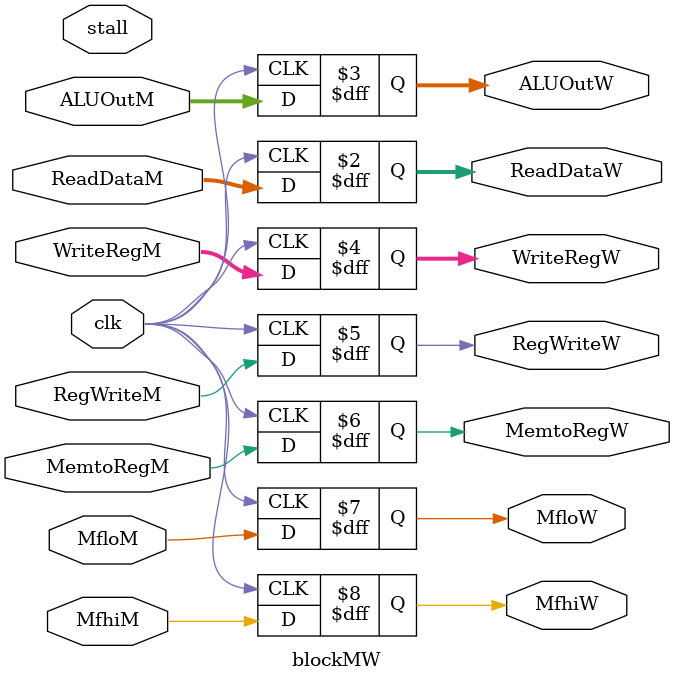
<source format=v>
module datapath_ss( input           clk, reset, HZStall, HZFlush, 
                    input [31:0]    InstrF, RD1D, RD2D,
                    input           SSForwardAE, SSForwardBE,

                    input [31:0]    SSAluInA, SSAluInB,

                    output [31:0]   InstrD, ALUOutE, ALUOutM, 
                                    ReadDataM, WriteData3,

                    output          RegWriteW, RegWriteE, RegWriteM,
                    output [4:0]    WriteRegW, WriteRegE, WriteRegM,
                                    RsE, RtE
    );

    wire [63:0] product;
    
    wire [31:0] PCPlus4F, PCF, PCD, PCE, PCPlus4E, PCBranchD, PCBranchE, PCBranchD_1, PCnext, PCnext2, WriteDataE, MultiOut, PCPredictionF,
                //PCF,
                InstrF1, WriteDataM, ResultW,
                //InstrD, 
                PCPlus4D, Jump1, JumpOff, product_lo, product_hi, mlout,
                RD1, RD2, SignImmD, SignImmS2, SignImmE, ZeroImmD, ZeroImmE,
                SrcAE, SrcBE, SrcAD, SrcBD, 
                SrcAEFinal, SrcBEFinal, // RD1D, RD2D, 
                RD1E, RD2E, 
                PCnext1, FixedPredictionPC,
                ALUOutEx, //ALUOutM,
                ALUOutW, // ReadDataM, 
                ReadDataW, JumpTarget;


    wire [5:0]  FuncD, FuncE;
                
    wire [4:0]  RsD, RtD, RdD, //RsE, 
                //RtE; 
                RdE;
                //WriteRegE, WriteRegM;

    wire [3:0]  ALUControlD, ALUControlE, ALUControlFinal;

    wire [1:0]  ForwardAE, ForwardBE, ALUSrcD, ALUSrcE;

    wire        RegWriteD, //RegWriteE, RegWriteM, 
                MemtoRegD, MemtoRegE, MemtoRegM, MemtoRegW,
                MemWriteD, MemWriteE, MemWriteM, WrongPredict1, WrongPredict2,
                //Data_Mem_Read,
                RegDstD, RegDstE, MfhiE, MfloE, MfloM, MfhiM, MfloW, MfhiW, multied, JFlush,
                BranchD, BNotEquals, BEquals, PCSrcD, PCSrc,
                ForwardAD, ForwardBD, mult_ready, TakePredictF, TakePredictD, TakePredictE,
                Stall, EqualD, Multiply, jump, Zero, Cache_Stall, BTFlush, PredictNTakenF, PredictNTakenD, PredictNTakenE,
		          EntryFoundF, EntryFoundD, EntryFoundE, BranchTakenE, BranchTakenD;


// INSTRUCTION FETCH STAGE

/*    mux2 #(32) fixPC_mux(PCPlus4E, PCBranchE, BranchTakenE, FixedPredictionPC); //wrong prediction, fix PC
    mux2 #(32) pcnext_mux(PCPlus4F, PCPredictionF, TakePredictF, PCnext1); //mux to determine PCnext
    mux2 #(32) correct_pc(PCnext1, FixedPredictionPC, BTFlush, PCnext2); //determine if PC needs to be fixed
    mux2 #(32) jumpbranch(PCnext2, JumpTarget, jump, PCnext);
    flopr #(32) pcreg(clk, Stall, Cache_Stall, reset, PCnext, PCF);    //initial clk to get next PC address*/
    /*adder pcadd4(PCF, 32'b100, PCPlus4F);          //PC + 4*/
    /*inst_memory fetch(PCF[7:2], InstrF1); //instantiates with reading file*/
    /*mux2 #(32) btflush_mux(InstrF1, 0, BTFlush, InstrF);*/

    //btb br_table(clk, reset, BranchTakenE, PredictNTakenE, PCF, PCBranchE, PCE, PCPredictionF, EntryFoundF, PredictNTakenF);
    /*assign TakePredictF = (EntryFoundF && ~PredictNTakenF) ? 1 : 0;*/

    blockFD f2d(clk, InstrF, PCPlus4F, PCF, EntryFoundF, PredictNTakenF, TakePredictF, Cache_Stall, reset,
                HZStall, JFlush, HZFlush, InstrD, PCPlus4D, PCD, EntryFoundD, PredictNTakenD, TakePredictD); //fetch to decode block
  

// DECODE STAGE

    controller ctrl_unit(   clk, reset, InstrD[31:26], MemtoRegD, 
                            MemWriteD, BranchD, ALUSrcD,
                            RegDstD, RegWriteD, jump, ALUControlD, BranchNot); //controller takes in funct and opcode to produce control signals


    /*regfile rf(clk, reset, RegWriteW, InstrD[25:21], InstrD[20:16], //regfile to store register memory
                WriteRegW, WriteData3, RD1D, RD2D);
*/
    data_forward_b branch_forward(  WriteRegE, RsD, RtD, //data forwarding for the EQUALS arithmetic and branching
                                    RegWriteE, BranchD, BranchNot,
                                    ForwardAD, ForwardBD);

    mux2 #(32) fwdA(RD1D, ALUOutE, ForwardAD, SrcAD);   //muxes to determine equality function
    mux2 #(32) fwdB(RD2D, ALUOutE, ForwardBD, SrcBD);   

    is_equal Equals (SrcAD, SrcBD, EqualD);             //equals function for branching
    assign BNotEquals = (BranchNot && !EqualD) ?     1 : 0;
    assign BEquals = (BranchD && EqualD) ? 1 : 0;
    
    mux2 #(1) PCSrcMux (BNotEquals, BEquals, EqualD, BranchTakenD); //branching mux
    
    assign FuncD = InstrD[5:0];
    assign RsD = InstrD[25:21];
    assign RtD = InstrD[20:16];

    zeroext ze(InstrD[15:0], ZeroImmD);  //sign and zero extensions for future inputs
    signext se(InstrD[15:0], SignImmD);
    jsignext jse(InstrD[25:0], Jump1);
    sl2 jsl2(Jump1, JumpOff);
    assign JumpTarget = {InstrD[31:28], JumpOff[27:0]}; //jump address

    sl2 immsh(SignImmD, SignImmS2);
    adder pcadd2(PCPlus4D, SignImmS2, PCBranchD);

    blockDE d2e(clk, RD1D, RD2D, InstrD[25:21], InstrD[20:16], InstrD[15:11], FuncD, SignImmD, ZeroImmD, PCBranchD, PCPlus4D, PCD,
                RegWriteD, MemtoRegD, MemWriteD, ALUControlD, ALUSrcD, RegDstD, BranchD, EntryFoundD, BranchTakenD, PredictNTakenD, TakePredictD, 
                Cache_Stall, jump, BTFlush,
                HZFlush, reset, RD1E, RD2E, RsE, RtE, RdE, FuncE, SignImmE, ZeroImmE, PCBranchE, PCPlus4E, PCE,
                RegWriteE, MemtoRegE, MemWriteE, ALUControlE, ALUSrcE, RegDstE, BranchE, EntryFoundE, BranchTakenE, PredictNTakenE, TakePredictE,
                JFlush); //block for decode -> execute stage
    
// EXECUTE STAGE
/*
    assign BTFlush = (~TakePredictE ~^ BranchTakenE) ? 1 : 0; //if predicting to take but not taken and vice versa, throw flush*/
    

    aludec alu_ctrl(FuncE, ALUControlE, ALUControlFinal, Multiply, MfhiE, MfloE); //alu controls
    
    mux2 #(5) wregmux(RtE, RdE, RegDstE, WriteRegE);


    data_forward A_forward( RsE, RtE, WriteRegM, WriteRegW,
                            RegWriteM, RegWriteW,
                            ForwardAE, ForwardBE);          //data forwarding for ALU inputs    
    
    mux3 #(32) srcamux(RD1E, ResultW, ALUOutM, ForwardAE, SrcAE);           //mux to determine src inputs
    mux3 #(32) srcbmux(RD2E, ResultW, ALUOutM, ForwardBE, WriteDataE);
    mux3 #(32) srcbmux2(WriteDataE, SignImmE, ZeroImmE, ALUSrcE, SrcBE);

    multiplier multi(   clk, Multiply, 
                        SrcAE, SrcBE,
                        mult_ready, 
                        product);
    assign product_hi = product[63:32];
    assign product_lo = product[31:0];

    mux2 #(32) ss_alusrca_mux(SrcAE, SSAluInA, SSForwardAE, SrcAEFinal);
    mux2 #(32) ss_alusrcb_mux(SrcBE, SSAluInB, SSForwardBE, SrcBEFinal);
    ALU alu1(SrcAEFinal, SrcBEFinal, ALUControlFinal, ALUOutEx, Zero);                //ALU for arithmetic

    mux2 #(32) aluMUX(  ALUOutEx, product_lo, Multiply, ALUOutE);
    blockEM e2m(clk,    ALUOutE, WriteDataE, WriteRegE, RegWriteE, MemtoRegE, MemWriteE, MfloE, MfhiE, Cache_Stall,
                        ALUOutM, WriteDataM, WriteRegM, RegWriteM, MemtoRegM, MemWriteM, MfloM, MfhiM);   //block for exectue to memory stage

// MEMORY STAGE


    /*memory_control mem_sys( clk, MemWriteM, MemtoRegM, reset,
                            ALUOutM, WriteDataM,
                            ReadDataM,
                            Cache_Stall);*/
    /*cache_wb cachemoney(input clk, reset, read, write
                input [31:0] memoryaddress, writedata,
                input [127:0] mainmemorydata,
                input cachewrite_enable
                output hit
                output [31:0] readdata,
                output [31:0] writebackaddress,
                output [127:0] writebackdata,
                output writeback_enable; //NEW CACHE TO SEND OUT DATA MEMORY READ
    */
    //data_memory main_memory(clk, MemWriteM, MemtoRegM, ALUOutM, WriteDataM, ReadDataM, Cache_Stall);       //data memory for storing address-based data

    blockMW m2w(clk,    ReadDataM, ALUOutM, WriteRegM, RegWriteM, MemtoRegM, MfloM, MfhiM, Cache_Stall,
                        ReadDataW, ALUOutW, WriteRegW, RegWriteW, MemtoRegW, MfloW, MfhiW);   //block for memory to writeback stge

// REG W/B STAGE
    mux2 #(32) mlch(product_hi, product_lo, MfloW, mlout);
    assign multied = (MfloW || MfhiW) ? 1 : 0;

    mux2 #(32) wbmux(ALUOutW, ALUOutW, MemtoRegW, ResultW);

    mux2 #(32) writedat(ResultW, mlout, multied, WriteData3);

endmodule

module is_equal(    input [31:0]    in1, in2, 
                    output reg      out);
    always@(*)
        if(in1 == in2) out <= 1;
        else out <= 0;
    endmodule   

module blockFD( input               clk,                //blocks for sending inputs to next pipeline phases
                input [31:0]        InstrF,
                input [31:0]        PCPlus4F, PCF,
                input               EntryFoundF, PredictNTakenF, TakePredictF, Cache_Stall, Stall, reset,
                input               clear, BTFlush,
                output reg [31:0]   InstrD,
                output reg [31:0]   PCPlus4D, PCD, 
		      output reg	    EntryFoundD, PredictNTakenD, TakePredictD);

    always @(posedge reset) begin
            InstrD <= 0;
            PCPlus4D <= 0;
	    EntryFoundD <= 0;
	    PredictNTakenD <= 1;
	    PCD <= 0;
        end 

    always @(posedge clk) begin
	if (clear) begin
	    PCD <= 0;
	    InstrD <= 0;
        PCPlus4D <= 0;
	    EntryFoundD <= 0;
	    PredictNTakenD <= 1;
        TakePredictD <= 0;
        end 
	else begin 
	    PCD <= PCF;
            InstrD <= InstrF;
	       EntryFoundD <= EntryFoundF;
            PredictNTakenD <= PredictNTakenF;  
            TakePredictD <= TakePredictF;    
	      // PCPlus4D <= #1 PCPlus4F;  
	end 
end
        
endmodule 

module blockDE( input               clk,
                input [31:0]        RD1D, RD2D,
                input [4:0]         RsD, RtD, RdD, 
                input [5:0]         FuncD,
                input [31:0]        SignImmD, ZeroImmD, PCBranchD, PCPlus4D, PCD,
                input               RegWriteD, MemtoRegD, MemWriteD,
                input [3:0]         ALUControlD,
                input [1:0]         ALUSrcD, 
                input               RegDstD, BranchD, EntryFoundD, NeedBranchD, PredictNTakenD, TakePredictD,  stall, jump, BTFlush, clear, reset,
                output reg [31:0]   RD1E, RD2E,
                output reg [4:0]    RsE, RtE, RdE, 
                output reg [5:0]    FuncE,
                output reg [31:0]   SignImmE,ZeroImmE, PCBranchE, PCPlus4E, PCE,
                output reg          RegWriteE, MemtoRegE, MemWriteE,
                output reg [3:0]    ALUControlE,
                output reg [1:0]    ALUSrcE, 
                output reg          RegDstE, BranchE, EntryFoundE, NeedBranchE, PredictNTakenE, TakePredictE, JFlush);

    always @(reset) begin
            RD1E <= 0;
            RD2E <= 0;
            RsE <= 0;
            RtE <= 0;
            RdE <= 0;
            SignImmE <= 0;
            RegWriteE <= 0;
            MemtoRegE <= 0;
            MemWriteE <= 0;
            ALUControlE <= 0;
            ALUSrcE <= 2'b00;
            RegDstE <= 0;
            FuncE <= 0;
            ZeroImmE <= 0;
            BranchE <= 0;
	    NeedBranchE <= 0;
	    EntryFoundE <= 0;
	    PredictNTakenE <= 1;
        TakePredictE <= 0;
	    PCBranchE <= 0;  
	    PCPlus4E <= 0;
	    PCE <= 0;
	    JFlush <= 0;
	end
	
    always @(posedge clk)
        if ((clear || BTFlush) && !stall) begin
            RD1E <= 0;
            RD2E <= 0;
            RsE <= 0;
            RtE <= 0;
            RdE <= 0;
            SignImmE <= 0;
            RegWriteE <= 0;
            MemtoRegE <= 0;
            MemWriteE <= 0;
            ALUControlE <= 0;
            ALUSrcE <= 2'b00;
            RegDstE <= 0;
            FuncE <= 0;
            ZeroImmE <= 0;
            BranchE <= 0;
	    NeedBranchE <= 0;
	    EntryFoundE <= 0;
        TakePredictE <= 0;
	    PredictNTakenE <= 1;
	    PCBranchE <= 0;  
	    PCPlus4E <= 0;
	    PCE <= 0;
	    JFlush <= 0;
        end 
        else begin
            RD1E <= RD1D;
            RD2E <= RD2D;
            RsE <= RsD;
            RtE <= RtD;
            RdE <= RdD;
            SignImmE <= SignImmD;
            RegWriteE <= RegWriteD;
            MemtoRegE <= MemtoRegD;
            MemWriteE <= MemWriteD;
            ALUControlE <= ALUControlD;
            ALUSrcE <= ALUSrcD;
            RegDstE <= RegDstD;
            FuncE <= FuncD;
            ZeroImmE <= ZeroImmD;
            BranchE <= BranchD;
	    
	    EntryFoundE <= EntryFoundD;
        TakePredictE <= TakePredictD;
        PredictNTakenE <= PredictNTakenD;
	    PCBranchE <= PCBranchD;   
	    PCPlus4E <= PCPlus4D;   
	    PCE <= PCD;   
	    JFlush <= jump;
        NeedBranchE <=  #1 NeedBranchD;
    end 
endmodule 

module blockEM( input               clk,
                input [31:0]        ALUOutE, WriteDataE,
                input [4:0]         WriteRegE,
                input               RegWriteE, MemtoRegE, MemWriteE, MfloE, MfhiE, stall,
                output reg [31:0]   ALUOutM, WriteDataM,
                output reg [4:0]    WriteRegM,
                output reg          RegWriteM, MemtoRegM, MemWriteM, MfloM, MfhiM);

    always @(posedge clk) begin
        
            ALUOutM <= ALUOutE;
            WriteDataM <= WriteDataE;
            WriteRegM <= WriteRegE;
            RegWriteM <= RegWriteE;
            MemtoRegM <= MemtoRegE;
            MemWriteM <= MemWriteE;
            MfloM <= MfloE;
            MfhiM <= MfhiE;
        
    end     
endmodule 

module blockMW( input               clk,
                input [31:0]        ReadDataM, ALUOutM,
                input [4:0]         WriteRegM,
                input               RegWriteM, MemtoRegM, MfloM, MfhiM, stall,
                output reg [31:0]   ReadDataW, ALUOutW,
                output reg [4:0]    WriteRegW,
                output reg          RegWriteW, MemtoRegW, MfloW, MfhiW);

    always @(posedge clk) begin
        
            ALUOutW <= ALUOutM;
            ReadDataW <= ReadDataM;
            WriteRegW <= WriteRegM;
            RegWriteW <= RegWriteM;
            MemtoRegW <= MemtoRegM;
            MfloW <= MfloM;
            MfhiW <= MfhiM;
        
    end     
endmodule 
</source>
